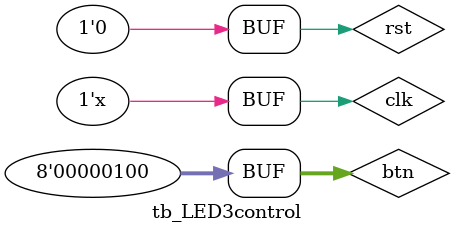
<source format=v>
`timescale 1us / 1ns

module tb_LED3control();

reg clk, rst;
reg [7:0] btn;

wire [3:0] led_signal_R;
wire [3:0] led_signal_G;
wire [3:0] led_signal_B;

LED3_control L1(clk, rst, btn, led_signal_R, led_signal_G, led_signal_B);

initial begin
    clk <= 0;
    rst <= 1;
    #10 rst <= 0;
    
    #1e+6 btn <= 8'b00000001; // red
    #1e+6 btn <= 8'b00000010; // orange
    #1e+6 btn <= 8'b00000100; // yellow
    
    end
    
    always begin
    #0.5 clk <= ~clk;
    end
    
    endmodule
</source>
